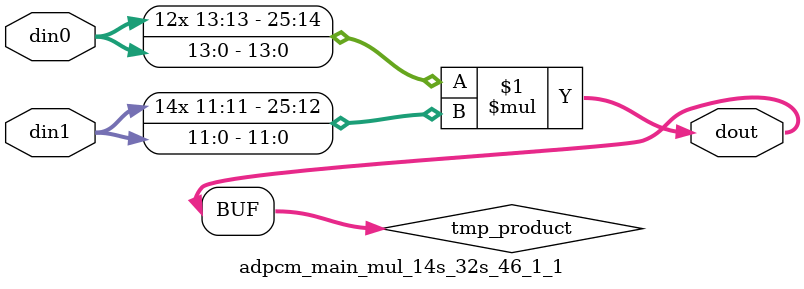
<source format=v>

`timescale 1 ns / 1 ps

  module adpcm_main_mul_14s_32s_46_1_1(din0, din1, dout);
parameter ID = 1;
parameter NUM_STAGE = 0;
parameter din0_WIDTH = 14;
parameter din1_WIDTH = 12;
parameter dout_WIDTH = 26;

input [din0_WIDTH - 1 : 0] din0; 
input [din1_WIDTH - 1 : 0] din1; 
output [dout_WIDTH - 1 : 0] dout;

wire signed [dout_WIDTH - 1 : 0] tmp_product;













assign tmp_product = $signed(din0) * $signed(din1);








assign dout = tmp_product;







endmodule

</source>
